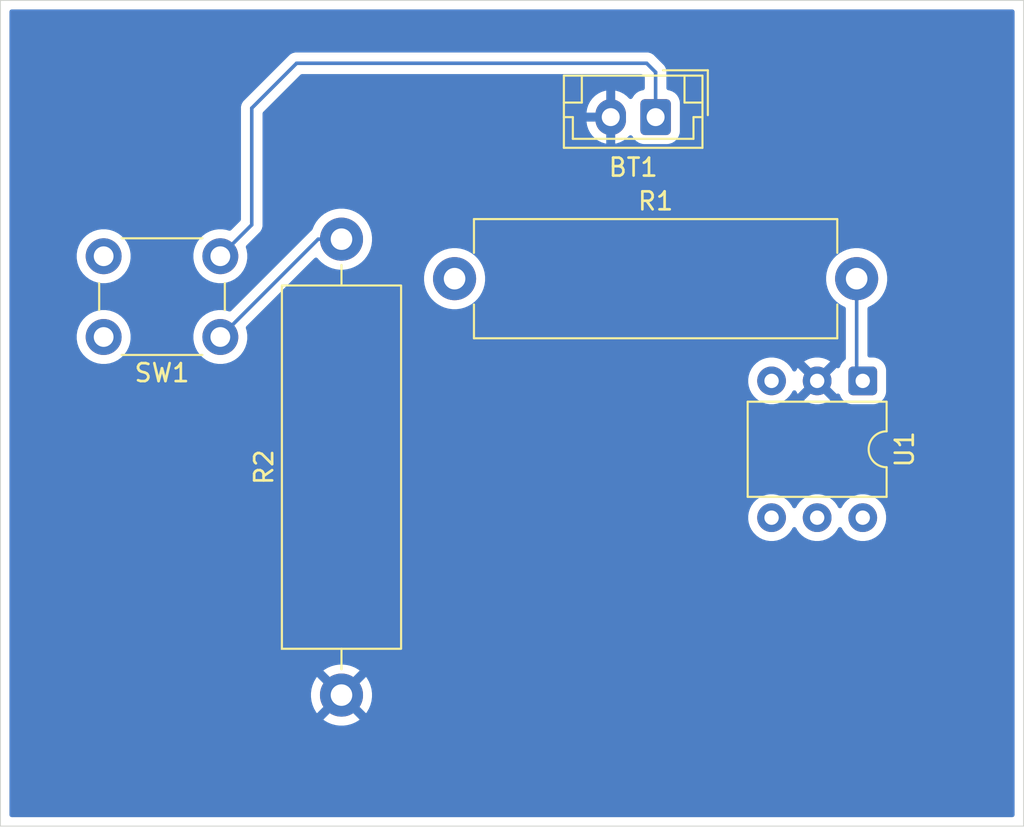
<source format=kicad_pcb>
(kicad_pcb (version 20241229) (generator "pcbnew") (generator_version "9.0")
  (layers (0 "F.Cu" signal) (2 "B.Cu" signal) (13 "F.Paste" user) (15 "B.Paste" user) (5 "F.SilkS" user "F.Silkscreen") (7 "B.SilkS" user "B.Silkscreen") (1 "F.Mask" user) (3 "B.Mask" user) (25 "Edge.Cuts" user))
  (net 0 "")
  (net 2 "Net-(R1-Pad2)")
  (net 3 "Net-(R2-Pad2)")
  (net 4 "GND")
  (net 9 "+5V")
  (footprint "Package_DIP:DIP-6_W7.62mm" (layer "F.Cu") (at 187.04 86.195 -90)
    (property "Reference" "U1" (at 3.81 -2.33 90) (layer "F.SilkS"))
    (property "Value" "4N25")
    (fp_line (start 1.16 6.41) (end 6.46 6.41) (stroke (width 0.12)) (layer "F.SilkS"))
    (fp_line (start 6.46 6.41) (end 6.46 -1.33) (stroke (width 0.12)) (layer "F.SilkS"))
    (fp_line (start 1.16 -1.33) (end 1.16 6.41) (stroke (width 0.12)) (layer "F.SilkS"))
    (fp_line (start 2.81 -1.33) (end 1.16 -1.33) (stroke (width 0.12)) (layer "F.SilkS"))
    (fp_line (start 6.46 -1.33) (end 4.81 -1.33) (stroke (width 0.12)) (layer "F.SilkS"))
    (fp_arc (start 4.81 -1.33) (mid 3.81 -0.33) (end 2.81 -1.33) (stroke (width 0.12)) (layer "F.SilkS"))
    (pad "1" thru_hole roundrect (at 0 0 270) (size 1.6 1.6) (drill 0.8) (layers "*.Cu" "*.Mask") (roundrect_rratio 0.15625) (net 2 "Net-(R1-Pad2)"))
    (pad "2" thru_hole circle (at 0 2.54 270) (size 1.6 1.6) (drill 0.8) (layers "*.Cu" "*.Mask") (net 4 "GND"))
    (pad "3" thru_hole circle (at 0 5.08 270) (size 1.6 1.6) (drill 0.8) (layers "*.Cu" "*.Mask"))
    (pad "4" thru_hole circle (at 7.62 5.08 270) (size 1.6 1.6) (drill 0.8) (layers "*.Cu" "*.Mask"))
    (pad "5" thru_hole circle (at 7.62 2.54 270) (size 1.6 1.6) (drill 0.8) (layers "*.Cu" "*.Mask"))
    (pad "6" thru_hole circle (at 7.62 0 270) (size 1.6 1.6) (drill 0.8) (layers "*.Cu" "*.Mask"))
  )
  (footprint "Connector_JST:JST_EH_B2B-EH-A_1x02_P2.50mm_Vertical" (layer "F.Cu") (at 175.5 71.5 180)
    (property "Reference" "BT1" (at 1.25 -2.8 0) (layer "F.SilkS"))
    (property "Value" "Battery_Cell")
    (fp_line (start 5.11 2.31) (end 5.11 -1.71) (stroke (width 0.12)) (layer "F.SilkS"))
    (fp_line (start 5.11 0.81) (end 4.11 0.81) (stroke (width 0.12)) (layer "F.SilkS"))
    (fp_line (start 5.11 -1.71) (end -2.61 -1.71) (stroke (width 0.12)) (layer "F.SilkS"))
    (fp_line (start 4.61 0) (end 5.11 0) (stroke (width 0.12)) (layer "F.SilkS"))
    (fp_line (start 4.61 -1.21) (end 4.61 0) (stroke (width 0.12)) (layer "F.SilkS"))
    (fp_line (start 4.11 0.81) (end 4.11 2.31) (stroke (width 0.12)) (layer "F.SilkS"))
    (fp_line (start -1.61 0.81) (end -1.61 2.31) (stroke (width 0.12)) (layer "F.SilkS"))
    (fp_line (start -2.11 0) (end -2.11 -1.21) (stroke (width 0.12)) (layer "F.SilkS"))
    (fp_line (start -2.11 -1.21) (end 4.61 -1.21) (stroke (width 0.12)) (layer "F.SilkS"))
    (fp_line (start -2.61 2.31) (end 5.11 2.31) (stroke (width 0.12)) (layer "F.SilkS"))
    (fp_line (start -2.61 0.81) (end -1.61 0.81) (stroke (width 0.12)) (layer "F.SilkS"))
    (fp_line (start -2.61 0) (end -2.11 0) (stroke (width 0.12)) (layer "F.SilkS"))
    (fp_line (start -2.61 -1.71) (end -2.61 2.31) (stroke (width 0.12)) (layer "F.SilkS"))
    (fp_line (start -2.91 2.61) (end -0.41 2.61) (stroke (width 0.12)) (layer "F.SilkS"))
    (fp_line (start -2.91 0.11) (end -2.91 2.61) (stroke (width 0.12)) (layer "F.SilkS"))
    (pad "1" thru_hole roundrect (at 0 0 180) (size 1.7 2) (drill 1) (layers "*.Cu" "*.Mask") (roundrect_rratio 0.147059) (net 9 "+5V"))
    (pad "2" thru_hole oval (at 2.5 0 180) (size 1.7 2) (drill 1) (layers "*.Cu" "*.Mask") (net 4 "GND"))
  )
  (footprint "Resistor_THT:R_Axial_Power_L20.0mm_W6.4mm_P22.40mm" (layer "F.Cu") (at 164.3 80.5)
    (property "Reference" "R1" (at 11.2 -4.32 0) (layer "F.SilkS"))
    (property "Value" "R")
    (fp_line (start 1.08 -3.32) (end 21.32 -3.32) (stroke (width 0.12)) (layer "F.SilkS"))
    (fp_line (start 1.08 -1.44) (end 1.08 -3.32) (stroke (width 0.12)) (layer "F.SilkS"))
    (fp_line (start 1.08 1.44) (end 1.08 3.32) (stroke (width 0.12)) (layer "F.SilkS"))
    (fp_line (start 1.08 3.32) (end 21.32 3.32) (stroke (width 0.12)) (layer "F.SilkS"))
    (fp_line (start 21.32 -3.32) (end 21.32 -1.44) (stroke (width 0.12)) (layer "F.SilkS"))
    (fp_line (start 21.32 3.32) (end 21.32 1.44) (stroke (width 0.12)) (layer "F.SilkS"))
    (pad "1" thru_hole circle (at 0 0) (size 2.4 2.4) (drill 1.2) (layers "*.Cu" "*.Mask"))
    (pad "2" thru_hole circle (at 22.4 0) (size 2.4 2.4) (drill 1.2) (layers "*.Cu" "*.Mask") (net 2 "Net-(R1-Pad2)"))
  )
  (footprint "Resistor_THT:R_Axial_Power_L20.0mm_W6.4mm_P25.40mm" (layer "F.Cu") (at 158 103.7 90)
    (property "Reference" "R2" (at 12.7 -4.32 90) (layer "F.SilkS"))
    (property "Value" "R")
    (fp_line (start 23.96 0) (end 22.82 0) (stroke (width 0.12)) (layer "F.SilkS"))
    (fp_line (start 1.44 0) (end 2.58 0) (stroke (width 0.12)) (layer "F.SilkS"))
    (fp_rect (start 2.58 -3.32) (end 22.82 3.32) (stroke (width 0.12)) (fill no) (layer "F.SilkS"))
    (pad "1" thru_hole circle (at 0 0 90) (size 2.4 2.4) (drill 1.2) (layers "*.Cu" "*.Mask") (net 4 "GND"))
    (pad "2" thru_hole circle (at 25.4 0 90) (size 2.4 2.4) (drill 1.2) (layers "*.Cu" "*.Mask") (net 3 "Net-(R2-Pad2)"))
  )
  (footprint "Button_Switch_THT:SW_PUSH_6mm" (layer "F.Cu") (at 151.25 83.75 180)
    (property "Reference" "SW1" (at 3.25 -2 0) (layer "F.SilkS"))
    (property "Value" "SW_Push")
    (fp_line (start 6.75 3) (end 6.75 1.5) (stroke (width 0.12)) (layer "F.SilkS"))
    (fp_line (start 5.5 -1) (end 1 -1) (stroke (width 0.12)) (layer "F.SilkS"))
    (fp_line (start 1 5.5) (end 5.5 5.5) (stroke (width 0.12)) (layer "F.SilkS"))
    (fp_line (start -0.25 1.5) (end -0.25 3) (stroke (width 0.12)) (layer "F.SilkS"))
    (pad "1" thru_hole circle (at 0 0 270) (size 2 2) (drill 1.1) (layers "*.Cu" "*.Mask") (net 3 "Net-(R2-Pad2)"))
    (pad "1" thru_hole circle (at 6.5 0 270) (size 2 2) (drill 1.1) (layers "*.Cu" "*.Mask") (net 3 "Net-(R2-Pad2)"))
    (pad "2" thru_hole circle (at 0 4.5 270) (size 2 2) (drill 1.1) (layers "*.Cu" "*.Mask") (net 9 "+5V"))
    (pad "2" thru_hole circle (at 6.5 4.5 270) (size 2 2) (drill 1.1) (layers "*.Cu" "*.Mask") (net 9 "+5V"))
  )
  (gr_line (start 139 111) (end 139 65) (stroke (width 0.05)) (layer "Edge.Cuts"))
  (gr_line (start 139 65) (end 196 65) (stroke (width 0.05)) (layer "Edge.Cuts"))
  (gr_line (start 196 65) (end 196 111) (stroke (width 0.05)) (layer "Edge.Cuts"))
  (gr_line (start 196 111) (end 139 111) (stroke (width 0.05)) (layer "Edge.Cuts"))
  (segment (start 186.7 85.855) (end 187.04 86.195) (width 0.2) (layer "B.Cu") (net 2))
  (segment (start 186.7 80.5) (end 186.7 85.855) (width 0.2) (layer "B.Cu") (net 2))
  (segment (start 156.7 78.3) (end 151.25 83.75) (width 0.2) (layer "B.Cu") (net 3))
  (segment (start 158 78.3) (end 156.7 78.3) (width 0.2) (layer "B.Cu") (net 3))
  (segment (start 175 68.5) (end 155.5 68.5) (width 0.2) (layer "B.Cu") (net 9))
  (segment (start 153 77.5) (end 151.25 79.25) (width 0.2) (layer "B.Cu") (net 9))
  (segment (start 155.5 68.5) (end 153 71) (width 0.2) (layer "B.Cu") (net 9))
  (segment (start 153 71) (end 153 77.5) (width 0.2) (layer "B.Cu") (net 9))
  (segment (start 175.5 71.5) (end 175.5 69) (width 0.2) (layer "B.Cu") (net 9))
  (segment (start 175.5 69) (end 175 68.5) (width 0.2) (layer "B.Cu") (net 9))
  (zone (net 4) (net_name "GND") (layer "B.Cu") (connect_pads (clearance 0.5)) (min_thickness 0.25) (fill yes (thermal_gap 0.5) (thermal_bridge_width 0.5))
    (polygon (pts (xy 139 65) (xy 196 65) (xy 196 111.5) (xy 139 111)))
  )
)
</source>
